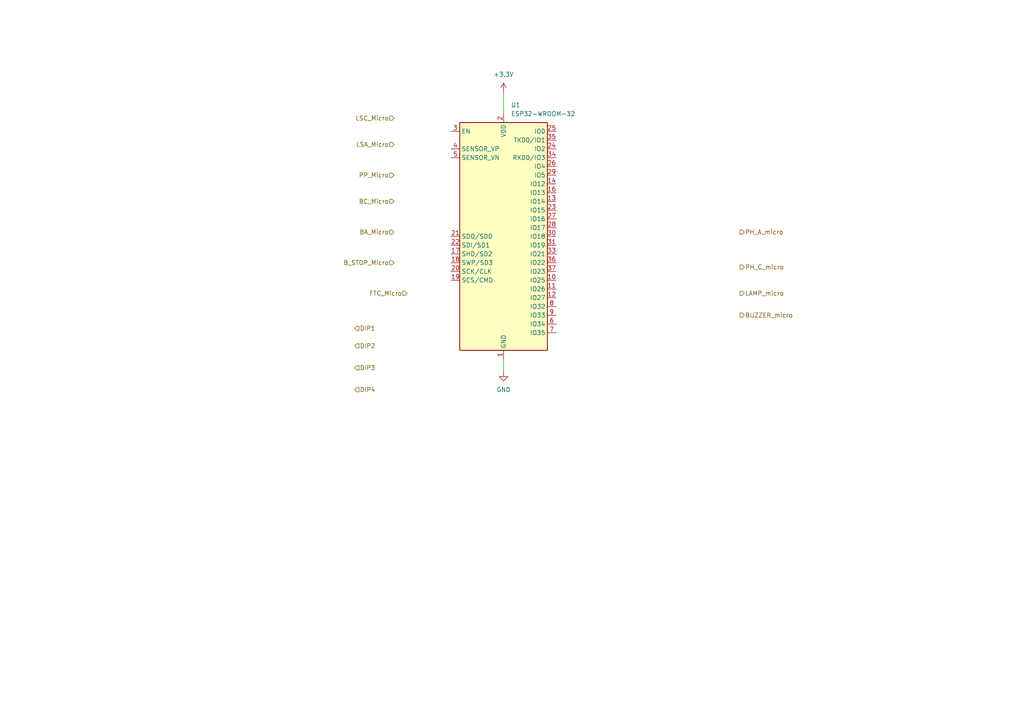
<source format=kicad_sch>
(kicad_sch
	(version 20250114)
	(generator "eeschema")
	(generator_version "9.0")
	(uuid "44a1cb43-ccb1-42fd-aa36-bf3a19786bb7")
	(paper "A4")
	(lib_symbols
		(symbol "RF_Module:ESP32-WROOM-32"
			(exclude_from_sim no)
			(in_bom yes)
			(on_board yes)
			(property "Reference" "U"
				(at -12.7 34.29 0)
				(effects
					(font
						(size 1.27 1.27)
					)
					(justify left)
				)
			)
			(property "Value" "ESP32-WROOM-32"
				(at 1.27 34.29 0)
				(effects
					(font
						(size 1.27 1.27)
					)
					(justify left)
				)
			)
			(property "Footprint" "RF_Module:ESP32-WROOM-32"
				(at 0 -38.1 0)
				(effects
					(font
						(size 1.27 1.27)
					)
					(hide yes)
				)
			)
			(property "Datasheet" "https://www.espressif.com/sites/default/files/documentation/esp32-wroom-32_datasheet_en.pdf"
				(at -7.62 1.27 0)
				(effects
					(font
						(size 1.27 1.27)
					)
					(hide yes)
				)
			)
			(property "Description" "RF Module, ESP32-D0WDQ6 SoC, Wi-Fi 802.11b/g/n, Bluetooth, BLE, 32-bit, 2.7-3.6V, onboard antenna, SMD"
				(at 0 0 0)
				(effects
					(font
						(size 1.27 1.27)
					)
					(hide yes)
				)
			)
			(property "ki_keywords" "RF Radio BT ESP ESP32 Espressif onboard PCB antenna"
				(at 0 0 0)
				(effects
					(font
						(size 1.27 1.27)
					)
					(hide yes)
				)
			)
			(property "ki_fp_filters" "ESP32?WROOM?32*"
				(at 0 0 0)
				(effects
					(font
						(size 1.27 1.27)
					)
					(hide yes)
				)
			)
			(symbol "ESP32-WROOM-32_0_1"
				(rectangle
					(start -12.7 33.02)
					(end 12.7 -33.02)
					(stroke
						(width 0.254)
						(type default)
					)
					(fill
						(type background)
					)
				)
			)
			(symbol "ESP32-WROOM-32_1_1"
				(pin input line
					(at -15.24 30.48 0)
					(length 2.54)
					(name "EN"
						(effects
							(font
								(size 1.27 1.27)
							)
						)
					)
					(number "3"
						(effects
							(font
								(size 1.27 1.27)
							)
						)
					)
				)
				(pin input line
					(at -15.24 25.4 0)
					(length 2.54)
					(name "SENSOR_VP"
						(effects
							(font
								(size 1.27 1.27)
							)
						)
					)
					(number "4"
						(effects
							(font
								(size 1.27 1.27)
							)
						)
					)
				)
				(pin input line
					(at -15.24 22.86 0)
					(length 2.54)
					(name "SENSOR_VN"
						(effects
							(font
								(size 1.27 1.27)
							)
						)
					)
					(number "5"
						(effects
							(font
								(size 1.27 1.27)
							)
						)
					)
				)
				(pin bidirectional line
					(at -15.24 0 0)
					(length 2.54)
					(name "SDO/SD0"
						(effects
							(font
								(size 1.27 1.27)
							)
						)
					)
					(number "21"
						(effects
							(font
								(size 1.27 1.27)
							)
						)
					)
				)
				(pin bidirectional line
					(at -15.24 -2.54 0)
					(length 2.54)
					(name "SDI/SD1"
						(effects
							(font
								(size 1.27 1.27)
							)
						)
					)
					(number "22"
						(effects
							(font
								(size 1.27 1.27)
							)
						)
					)
				)
				(pin bidirectional line
					(at -15.24 -5.08 0)
					(length 2.54)
					(name "SHD/SD2"
						(effects
							(font
								(size 1.27 1.27)
							)
						)
					)
					(number "17"
						(effects
							(font
								(size 1.27 1.27)
							)
						)
					)
				)
				(pin bidirectional line
					(at -15.24 -7.62 0)
					(length 2.54)
					(name "SWP/SD3"
						(effects
							(font
								(size 1.27 1.27)
							)
						)
					)
					(number "18"
						(effects
							(font
								(size 1.27 1.27)
							)
						)
					)
				)
				(pin bidirectional line
					(at -15.24 -10.16 0)
					(length 2.54)
					(name "SCK/CLK"
						(effects
							(font
								(size 1.27 1.27)
							)
						)
					)
					(number "20"
						(effects
							(font
								(size 1.27 1.27)
							)
						)
					)
				)
				(pin bidirectional line
					(at -15.24 -12.7 0)
					(length 2.54)
					(name "SCS/CMD"
						(effects
							(font
								(size 1.27 1.27)
							)
						)
					)
					(number "19"
						(effects
							(font
								(size 1.27 1.27)
							)
						)
					)
				)
				(pin no_connect line
					(at -12.7 -27.94 0)
					(length 2.54)
					(hide yes)
					(name "NC"
						(effects
							(font
								(size 1.27 1.27)
							)
						)
					)
					(number "32"
						(effects
							(font
								(size 1.27 1.27)
							)
						)
					)
				)
				(pin power_in line
					(at 0 35.56 270)
					(length 2.54)
					(name "VDD"
						(effects
							(font
								(size 1.27 1.27)
							)
						)
					)
					(number "2"
						(effects
							(font
								(size 1.27 1.27)
							)
						)
					)
				)
				(pin power_in line
					(at 0 -35.56 90)
					(length 2.54)
					(name "GND"
						(effects
							(font
								(size 1.27 1.27)
							)
						)
					)
					(number "1"
						(effects
							(font
								(size 1.27 1.27)
							)
						)
					)
				)
				(pin passive line
					(at 0 -35.56 90)
					(length 2.54)
					(hide yes)
					(name "GND"
						(effects
							(font
								(size 1.27 1.27)
							)
						)
					)
					(number "15"
						(effects
							(font
								(size 1.27 1.27)
							)
						)
					)
				)
				(pin passive line
					(at 0 -35.56 90)
					(length 2.54)
					(hide yes)
					(name "GND"
						(effects
							(font
								(size 1.27 1.27)
							)
						)
					)
					(number "38"
						(effects
							(font
								(size 1.27 1.27)
							)
						)
					)
				)
				(pin passive line
					(at 0 -35.56 90)
					(length 2.54)
					(hide yes)
					(name "GND"
						(effects
							(font
								(size 1.27 1.27)
							)
						)
					)
					(number "39"
						(effects
							(font
								(size 1.27 1.27)
							)
						)
					)
				)
				(pin bidirectional line
					(at 15.24 30.48 180)
					(length 2.54)
					(name "IO0"
						(effects
							(font
								(size 1.27 1.27)
							)
						)
					)
					(number "25"
						(effects
							(font
								(size 1.27 1.27)
							)
						)
					)
				)
				(pin bidirectional line
					(at 15.24 27.94 180)
					(length 2.54)
					(name "TXD0/IO1"
						(effects
							(font
								(size 1.27 1.27)
							)
						)
					)
					(number "35"
						(effects
							(font
								(size 1.27 1.27)
							)
						)
					)
				)
				(pin bidirectional line
					(at 15.24 25.4 180)
					(length 2.54)
					(name "IO2"
						(effects
							(font
								(size 1.27 1.27)
							)
						)
					)
					(number "24"
						(effects
							(font
								(size 1.27 1.27)
							)
						)
					)
				)
				(pin bidirectional line
					(at 15.24 22.86 180)
					(length 2.54)
					(name "RXD0/IO3"
						(effects
							(font
								(size 1.27 1.27)
							)
						)
					)
					(number "34"
						(effects
							(font
								(size 1.27 1.27)
							)
						)
					)
				)
				(pin bidirectional line
					(at 15.24 20.32 180)
					(length 2.54)
					(name "IO4"
						(effects
							(font
								(size 1.27 1.27)
							)
						)
					)
					(number "26"
						(effects
							(font
								(size 1.27 1.27)
							)
						)
					)
				)
				(pin bidirectional line
					(at 15.24 17.78 180)
					(length 2.54)
					(name "IO5"
						(effects
							(font
								(size 1.27 1.27)
							)
						)
					)
					(number "29"
						(effects
							(font
								(size 1.27 1.27)
							)
						)
					)
				)
				(pin bidirectional line
					(at 15.24 15.24 180)
					(length 2.54)
					(name "IO12"
						(effects
							(font
								(size 1.27 1.27)
							)
						)
					)
					(number "14"
						(effects
							(font
								(size 1.27 1.27)
							)
						)
					)
				)
				(pin bidirectional line
					(at 15.24 12.7 180)
					(length 2.54)
					(name "IO13"
						(effects
							(font
								(size 1.27 1.27)
							)
						)
					)
					(number "16"
						(effects
							(font
								(size 1.27 1.27)
							)
						)
					)
				)
				(pin bidirectional line
					(at 15.24 10.16 180)
					(length 2.54)
					(name "IO14"
						(effects
							(font
								(size 1.27 1.27)
							)
						)
					)
					(number "13"
						(effects
							(font
								(size 1.27 1.27)
							)
						)
					)
				)
				(pin bidirectional line
					(at 15.24 7.62 180)
					(length 2.54)
					(name "IO15"
						(effects
							(font
								(size 1.27 1.27)
							)
						)
					)
					(number "23"
						(effects
							(font
								(size 1.27 1.27)
							)
						)
					)
				)
				(pin bidirectional line
					(at 15.24 5.08 180)
					(length 2.54)
					(name "IO16"
						(effects
							(font
								(size 1.27 1.27)
							)
						)
					)
					(number "27"
						(effects
							(font
								(size 1.27 1.27)
							)
						)
					)
				)
				(pin bidirectional line
					(at 15.24 2.54 180)
					(length 2.54)
					(name "IO17"
						(effects
							(font
								(size 1.27 1.27)
							)
						)
					)
					(number "28"
						(effects
							(font
								(size 1.27 1.27)
							)
						)
					)
				)
				(pin bidirectional line
					(at 15.24 0 180)
					(length 2.54)
					(name "IO18"
						(effects
							(font
								(size 1.27 1.27)
							)
						)
					)
					(number "30"
						(effects
							(font
								(size 1.27 1.27)
							)
						)
					)
				)
				(pin bidirectional line
					(at 15.24 -2.54 180)
					(length 2.54)
					(name "IO19"
						(effects
							(font
								(size 1.27 1.27)
							)
						)
					)
					(number "31"
						(effects
							(font
								(size 1.27 1.27)
							)
						)
					)
				)
				(pin bidirectional line
					(at 15.24 -5.08 180)
					(length 2.54)
					(name "IO21"
						(effects
							(font
								(size 1.27 1.27)
							)
						)
					)
					(number "33"
						(effects
							(font
								(size 1.27 1.27)
							)
						)
					)
				)
				(pin bidirectional line
					(at 15.24 -7.62 180)
					(length 2.54)
					(name "IO22"
						(effects
							(font
								(size 1.27 1.27)
							)
						)
					)
					(number "36"
						(effects
							(font
								(size 1.27 1.27)
							)
						)
					)
				)
				(pin bidirectional line
					(at 15.24 -10.16 180)
					(length 2.54)
					(name "IO23"
						(effects
							(font
								(size 1.27 1.27)
							)
						)
					)
					(number "37"
						(effects
							(font
								(size 1.27 1.27)
							)
						)
					)
				)
				(pin bidirectional line
					(at 15.24 -12.7 180)
					(length 2.54)
					(name "IO25"
						(effects
							(font
								(size 1.27 1.27)
							)
						)
					)
					(number "10"
						(effects
							(font
								(size 1.27 1.27)
							)
						)
					)
				)
				(pin bidirectional line
					(at 15.24 -15.24 180)
					(length 2.54)
					(name "IO26"
						(effects
							(font
								(size 1.27 1.27)
							)
						)
					)
					(number "11"
						(effects
							(font
								(size 1.27 1.27)
							)
						)
					)
				)
				(pin bidirectional line
					(at 15.24 -17.78 180)
					(length 2.54)
					(name "IO27"
						(effects
							(font
								(size 1.27 1.27)
							)
						)
					)
					(number "12"
						(effects
							(font
								(size 1.27 1.27)
							)
						)
					)
				)
				(pin bidirectional line
					(at 15.24 -20.32 180)
					(length 2.54)
					(name "IO32"
						(effects
							(font
								(size 1.27 1.27)
							)
						)
					)
					(number "8"
						(effects
							(font
								(size 1.27 1.27)
							)
						)
					)
				)
				(pin bidirectional line
					(at 15.24 -22.86 180)
					(length 2.54)
					(name "IO33"
						(effects
							(font
								(size 1.27 1.27)
							)
						)
					)
					(number "9"
						(effects
							(font
								(size 1.27 1.27)
							)
						)
					)
				)
				(pin input line
					(at 15.24 -25.4 180)
					(length 2.54)
					(name "IO34"
						(effects
							(font
								(size 1.27 1.27)
							)
						)
					)
					(number "6"
						(effects
							(font
								(size 1.27 1.27)
							)
						)
					)
				)
				(pin input line
					(at 15.24 -27.94 180)
					(length 2.54)
					(name "IO35"
						(effects
							(font
								(size 1.27 1.27)
							)
						)
					)
					(number "7"
						(effects
							(font
								(size 1.27 1.27)
							)
						)
					)
				)
			)
			(embedded_fonts no)
		)
		(symbol "power:+3.3V"
			(power)
			(pin_numbers
				(hide yes)
			)
			(pin_names
				(offset 0)
				(hide yes)
			)
			(exclude_from_sim no)
			(in_bom yes)
			(on_board yes)
			(property "Reference" "#PWR"
				(at 0 -3.81 0)
				(effects
					(font
						(size 1.27 1.27)
					)
					(hide yes)
				)
			)
			(property "Value" "+3.3V"
				(at 0 3.556 0)
				(effects
					(font
						(size 1.27 1.27)
					)
				)
			)
			(property "Footprint" ""
				(at 0 0 0)
				(effects
					(font
						(size 1.27 1.27)
					)
					(hide yes)
				)
			)
			(property "Datasheet" ""
				(at 0 0 0)
				(effects
					(font
						(size 1.27 1.27)
					)
					(hide yes)
				)
			)
			(property "Description" "Power symbol creates a global label with name \"+3.3V\""
				(at 0 0 0)
				(effects
					(font
						(size 1.27 1.27)
					)
					(hide yes)
				)
			)
			(property "ki_keywords" "global power"
				(at 0 0 0)
				(effects
					(font
						(size 1.27 1.27)
					)
					(hide yes)
				)
			)
			(symbol "+3.3V_0_1"
				(polyline
					(pts
						(xy -0.762 1.27) (xy 0 2.54)
					)
					(stroke
						(width 0)
						(type default)
					)
					(fill
						(type none)
					)
				)
				(polyline
					(pts
						(xy 0 2.54) (xy 0.762 1.27)
					)
					(stroke
						(width 0)
						(type default)
					)
					(fill
						(type none)
					)
				)
				(polyline
					(pts
						(xy 0 0) (xy 0 2.54)
					)
					(stroke
						(width 0)
						(type default)
					)
					(fill
						(type none)
					)
				)
			)
			(symbol "+3.3V_1_1"
				(pin power_in line
					(at 0 0 90)
					(length 0)
					(name "~"
						(effects
							(font
								(size 1.27 1.27)
							)
						)
					)
					(number "1"
						(effects
							(font
								(size 1.27 1.27)
							)
						)
					)
				)
			)
			(embedded_fonts no)
		)
		(symbol "power:GND"
			(power)
			(pin_numbers
				(hide yes)
			)
			(pin_names
				(offset 0)
				(hide yes)
			)
			(exclude_from_sim no)
			(in_bom yes)
			(on_board yes)
			(property "Reference" "#PWR"
				(at 0 -6.35 0)
				(effects
					(font
						(size 1.27 1.27)
					)
					(hide yes)
				)
			)
			(property "Value" "GND"
				(at 0 -3.81 0)
				(effects
					(font
						(size 1.27 1.27)
					)
				)
			)
			(property "Footprint" ""
				(at 0 0 0)
				(effects
					(font
						(size 1.27 1.27)
					)
					(hide yes)
				)
			)
			(property "Datasheet" ""
				(at 0 0 0)
				(effects
					(font
						(size 1.27 1.27)
					)
					(hide yes)
				)
			)
			(property "Description" "Power symbol creates a global label with name \"GND\" , ground"
				(at 0 0 0)
				(effects
					(font
						(size 1.27 1.27)
					)
					(hide yes)
				)
			)
			(property "ki_keywords" "global power"
				(at 0 0 0)
				(effects
					(font
						(size 1.27 1.27)
					)
					(hide yes)
				)
			)
			(symbol "GND_0_1"
				(polyline
					(pts
						(xy 0 0) (xy 0 -1.27) (xy 1.27 -1.27) (xy 0 -2.54) (xy -1.27 -1.27) (xy 0 -1.27)
					)
					(stroke
						(width 0)
						(type default)
					)
					(fill
						(type none)
					)
				)
			)
			(symbol "GND_1_1"
				(pin power_in line
					(at 0 0 270)
					(length 0)
					(name "~"
						(effects
							(font
								(size 1.27 1.27)
							)
						)
					)
					(number "1"
						(effects
							(font
								(size 1.27 1.27)
							)
						)
					)
				)
			)
			(embedded_fonts no)
		)
	)
	(wire
		(pts
			(xy 146.05 26.67) (xy 146.05 33.02)
		)
		(stroke
			(width 0)
			(type default)
		)
		(uuid "0f147858-9601-4212-91ec-2c222cf90958")
	)
	(wire
		(pts
			(xy 146.05 104.14) (xy 146.05 107.95)
		)
		(stroke
			(width 0)
			(type default)
		)
		(uuid "c02088e4-b5a9-44eb-b1c2-66ba866d8efd")
	)
	(hierarchical_label "BA_Micro"
		(shape input)
		(at 114.3 67.31 180)
		(effects
			(font
				(size 1.27 1.27)
			)
			(justify right)
		)
		(uuid "01e0e0e7-6a3c-4051-859e-74c600fc9b3a")
	)
	(hierarchical_label "PH_C_micro"
		(shape output)
		(at 214.63 77.47 0)
		(effects
			(font
				(size 1.27 1.27)
			)
			(justify left)
		)
		(uuid "060e59bc-5137-44d9-9273-f440288bacc1")
	)
	(hierarchical_label "LAMP_micro"
		(shape output)
		(at 214.63 85.09 0)
		(effects
			(font
				(size 1.27 1.27)
			)
			(justify left)
		)
		(uuid "1a7666d5-5bd3-4f3e-880f-fd4aed91719c")
	)
	(hierarchical_label "PH_A_micro"
		(shape output)
		(at 214.63 67.31 0)
		(effects
			(font
				(size 1.27 1.27)
			)
			(justify left)
		)
		(uuid "1f6dc9d5-0b89-4877-8fed-a0d23827ae05")
	)
	(hierarchical_label "LSC_Micro"
		(shape input)
		(at 114.3 34.29 180)
		(effects
			(font
				(size 1.27 1.27)
			)
			(justify right)
		)
		(uuid "2a8c3dc5-64ac-4004-9dbc-1ec2ac51ef61")
	)
	(hierarchical_label "DIP2"
		(shape input)
		(at 102.87 100.33 0)
		(effects
			(font
				(size 1.27 1.27)
			)
			(justify left)
		)
		(uuid "2eb39067-9949-4426-8d13-68cb57d7f28e")
	)
	(hierarchical_label "PP_Micro"
		(shape input)
		(at 114.3 50.8 180)
		(effects
			(font
				(size 1.27 1.27)
			)
			(justify right)
		)
		(uuid "5604998f-92df-40b3-a2ac-c00b00c20f5d")
	)
	(hierarchical_label "DIP1"
		(shape input)
		(at 102.87 95.25 0)
		(effects
			(font
				(size 1.27 1.27)
			)
			(justify left)
		)
		(uuid "5bf656a8-9cbc-4782-801e-6752b0cecd67")
	)
	(hierarchical_label "BUZZER_micro"
		(shape output)
		(at 214.63 91.44 0)
		(effects
			(font
				(size 1.27 1.27)
			)
			(justify left)
		)
		(uuid "6793e836-9cd2-4f13-b992-c5214834278e")
	)
	(hierarchical_label "B_STOP_Micro"
		(shape input)
		(at 114.3 76.2 180)
		(effects
			(font
				(size 1.27 1.27)
			)
			(justify right)
		)
		(uuid "67a40d8d-e07d-43e6-98e5-2d957ea941b2")
	)
	(hierarchical_label "DIP4"
		(shape input)
		(at 102.87 113.03 0)
		(effects
			(font
				(size 1.27 1.27)
			)
			(justify left)
		)
		(uuid "72d995d8-ffdf-49a1-a2b7-28b64f389f7c")
	)
	(hierarchical_label "BC_Micro"
		(shape input)
		(at 114.3 58.42 180)
		(effects
			(font
				(size 1.27 1.27)
			)
			(justify right)
		)
		(uuid "afbc6995-c6b6-416e-8bb1-f4b0dabc5b96")
	)
	(hierarchical_label "FTC_Micro"
		(shape input)
		(at 118.11 85.09 180)
		(effects
			(font
				(size 1.27 1.27)
			)
			(justify right)
		)
		(uuid "ec9f2b5c-6398-4daf-8070-c5bfc0b4a92e")
	)
	(hierarchical_label "LSA_Micro"
		(shape input)
		(at 114.3 41.91 180)
		(effects
			(font
				(size 1.27 1.27)
			)
			(justify right)
		)
		(uuid "f230bb99-5862-46c0-8f09-759fbf3b0725")
	)
	(hierarchical_label "DIP3"
		(shape input)
		(at 102.87 106.68 0)
		(effects
			(font
				(size 1.27 1.27)
			)
			(justify left)
		)
		(uuid "fd0187b8-b1e8-4b01-bf49-3132e201bc56")
	)
	(symbol
		(lib_id "power:+3.3V")
		(at 146.05 26.67 0)
		(unit 1)
		(exclude_from_sim no)
		(in_bom yes)
		(on_board yes)
		(dnp no)
		(fields_autoplaced yes)
		(uuid "3626a980-7fe7-42e7-8c47-c6ad12584b99")
		(property "Reference" "#PWR010"
			(at 146.05 30.48 0)
			(effects
				(font
					(size 1.27 1.27)
				)
				(hide yes)
			)
		)
		(property "Value" "+3.3V"
			(at 146.05 21.59 0)
			(effects
				(font
					(size 1.27 1.27)
				)
			)
		)
		(property "Footprint" ""
			(at 146.05 26.67 0)
			(effects
				(font
					(size 1.27 1.27)
				)
				(hide yes)
			)
		)
		(property "Datasheet" ""
			(at 146.05 26.67 0)
			(effects
				(font
					(size 1.27 1.27)
				)
				(hide yes)
			)
		)
		(property "Description" "Power symbol creates a global label with name \"+3.3V\""
			(at 146.05 26.67 0)
			(effects
				(font
					(size 1.27 1.27)
				)
				(hide yes)
			)
		)
		(pin "1"
			(uuid "43cd706c-68d0-4d07-8e75-d4932330d0a8")
		)
		(instances
			(project ""
				(path "/066fc511-7226-4630-beb0-d4fa33de32d6/98e2e1af-13f4-44d7-afbb-a6c00796e80f/489f6a85-e184-466b-bb74-5640fda11cf5"
					(reference "#PWR010")
					(unit 1)
				)
			)
		)
	)
	(symbol
		(lib_id "RF_Module:ESP32-WROOM-32")
		(at 146.05 68.58 0)
		(unit 1)
		(exclude_from_sim no)
		(in_bom yes)
		(on_board yes)
		(dnp no)
		(fields_autoplaced yes)
		(uuid "82af9ba3-f9df-4562-a1ce-4468532ff696")
		(property "Reference" "U1"
			(at 148.1933 30.48 0)
			(effects
				(font
					(size 1.27 1.27)
				)
				(justify left)
			)
		)
		(property "Value" "ESP32-WROOM-32"
			(at 148.1933 33.02 0)
			(effects
				(font
					(size 1.27 1.27)
				)
				(justify left)
			)
		)
		(property "Footprint" "RF_Module:ESP32-WROOM-32"
			(at 146.05 106.68 0)
			(effects
				(font
					(size 1.27 1.27)
				)
				(hide yes)
			)
		)
		(property "Datasheet" "https://www.espressif.com/sites/default/files/documentation/esp32-wroom-32_datasheet_en.pdf"
			(at 138.43 67.31 0)
			(effects
				(font
					(size 1.27 1.27)
				)
				(hide yes)
			)
		)
		(property "Description" "RF Module, ESP32-D0WDQ6 SoC, Wi-Fi 802.11b/g/n, Bluetooth, BLE, 32-bit, 2.7-3.6V, onboard antenna, SMD"
			(at 146.05 68.58 0)
			(effects
				(font
					(size 1.27 1.27)
				)
				(hide yes)
			)
		)
		(pin "5"
			(uuid "72c39fb2-2f96-4de0-a0a9-e68f480cf272")
		)
		(pin "3"
			(uuid "44bba144-90ad-4ea4-a772-e6ee97557280")
		)
		(pin "4"
			(uuid "26caaab8-6992-4122-ba81-c03e7e3a3baa")
		)
		(pin "21"
			(uuid "ceaff6ac-250a-4a8f-9001-885a00d577e5")
		)
		(pin "22"
			(uuid "ef2a7b2c-a025-4618-ac97-1b766c5568ab")
		)
		(pin "2"
			(uuid "6f35c893-0ba4-4fa9-b935-71e373fb3cc2")
		)
		(pin "19"
			(uuid "3505932b-8ae5-4b87-8177-8b2602ce2860")
		)
		(pin "16"
			(uuid "c7ebf97b-e70e-4ebe-a210-f96019057c9b")
		)
		(pin "38"
			(uuid "604f8446-6f84-4e50-bda2-1e9aaefdfd83")
		)
		(pin "33"
			(uuid "6d7e223d-2b09-4863-93f4-e9675218426e")
		)
		(pin "10"
			(uuid "9cd4b058-9b37-433f-9670-f60336711574")
		)
		(pin "36"
			(uuid "50cceeb2-4f5a-4d8a-aea4-91f4e728ef33")
		)
		(pin "8"
			(uuid "ed142056-9795-4b33-be03-ce61daf29dd4")
		)
		(pin "13"
			(uuid "e61a64ce-8208-4404-8b52-803bf5a83b3b")
		)
		(pin "29"
			(uuid "e4a1285f-44d7-48aa-b2de-f7e66b8617e9")
		)
		(pin "14"
			(uuid "a66cd853-758d-4902-be0b-c9b077183ff8")
		)
		(pin "20"
			(uuid "72eeedb1-22d6-4d76-adc6-c94f1d36e552")
		)
		(pin "25"
			(uuid "d76c5f5b-a7ed-47b5-9d87-537790407e16")
		)
		(pin "35"
			(uuid "39843c96-d990-4708-9ff6-fb59157ea750")
		)
		(pin "26"
			(uuid "2dcd7cc5-c0ad-4116-bd94-33e05c879561")
		)
		(pin "18"
			(uuid "9395d183-eeba-4f1c-a26b-63bbff78ab73")
		)
		(pin "23"
			(uuid "61b4c509-5e49-416d-881e-17bae131286f")
		)
		(pin "27"
			(uuid "9bed8e61-aed8-478b-9ab2-f291f0567076")
		)
		(pin "28"
			(uuid "8e7a540d-0b95-43f5-bc32-a65ffe49cf86")
		)
		(pin "17"
			(uuid "6de75e6c-e71b-4f48-bdca-97269b24a374")
		)
		(pin "1"
			(uuid "62f564da-6a31-4153-9cb7-51a4ecd3b2a2")
		)
		(pin "32"
			(uuid "7f708590-31ee-4637-b65e-13d6e1ca7732")
		)
		(pin "15"
			(uuid "84ea5af0-1f79-4866-824d-247616fb6574")
		)
		(pin "39"
			(uuid "111525e1-64ad-41dd-af9b-1f65aebbae38")
		)
		(pin "24"
			(uuid "5ac55ff6-f4a6-44a8-9d65-11776bd8a003")
		)
		(pin "34"
			(uuid "fca2a888-bdbc-4d30-af11-c18d27e3972b")
		)
		(pin "30"
			(uuid "5af6bb37-14b6-4cc1-adf6-77f80d8f5b0d")
		)
		(pin "31"
			(uuid "b62ee665-63a2-4aa4-820b-2fc57ef9cf94")
		)
		(pin "37"
			(uuid "399155d2-fd83-4916-8e0f-4799f2ab0cf8")
		)
		(pin "11"
			(uuid "e67e56aa-d043-4bfd-b92c-870d2fa02dd3")
		)
		(pin "12"
			(uuid "b9da3760-fc4a-401a-bf61-4f3e53676864")
		)
		(pin "7"
			(uuid "dc6a582b-9f1d-41ff-9272-341ab69bec91")
		)
		(pin "9"
			(uuid "1412b449-bbfb-4897-b6a3-a4f17d41cf1c")
		)
		(pin "6"
			(uuid "6f6e2d82-2b37-430c-8ff6-fd1465a263a6")
		)
		(instances
			(project ""
				(path "/066fc511-7226-4630-beb0-d4fa33de32d6/98e2e1af-13f4-44d7-afbb-a6c00796e80f/489f6a85-e184-466b-bb74-5640fda11cf5"
					(reference "U1")
					(unit 1)
				)
			)
		)
	)
	(symbol
		(lib_id "power:GND")
		(at 146.05 107.95 0)
		(unit 1)
		(exclude_from_sim no)
		(in_bom yes)
		(on_board yes)
		(dnp no)
		(fields_autoplaced yes)
		(uuid "936552c9-292e-48a0-8d20-9cc18c0fffb1")
		(property "Reference" "#PWR09"
			(at 146.05 114.3 0)
			(effects
				(font
					(size 1.27 1.27)
				)
				(hide yes)
			)
		)
		(property "Value" "GND"
			(at 146.05 113.03 0)
			(effects
				(font
					(size 1.27 1.27)
				)
			)
		)
		(property "Footprint" ""
			(at 146.05 107.95 0)
			(effects
				(font
					(size 1.27 1.27)
				)
				(hide yes)
			)
		)
		(property "Datasheet" ""
			(at 146.05 107.95 0)
			(effects
				(font
					(size 1.27 1.27)
				)
				(hide yes)
			)
		)
		(property "Description" "Power symbol creates a global label with name \"GND\" , ground"
			(at 146.05 107.95 0)
			(effects
				(font
					(size 1.27 1.27)
				)
				(hide yes)
			)
		)
		(pin "1"
			(uuid "88c24129-20cd-42d5-90ec-c9f27711c3c1")
		)
		(instances
			(project ""
				(path "/066fc511-7226-4630-beb0-d4fa33de32d6/98e2e1af-13f4-44d7-afbb-a6c00796e80f/489f6a85-e184-466b-bb74-5640fda11cf5"
					(reference "#PWR09")
					(unit 1)
				)
			)
		)
	)
)

</source>
